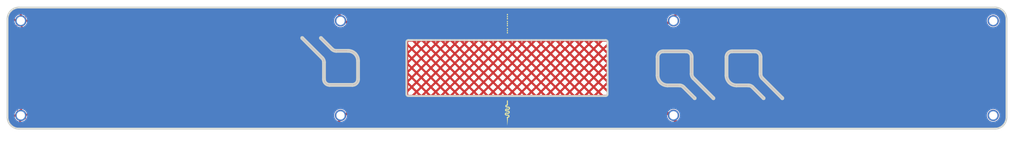
<source format=kicad_pcb>
(kicad_pcb (version 20221018) (generator pcbnew)
  (layers (0 "F.Cu" signal) (31 "B.Cu" signal) (34 "B.Paste" user) (35 "F.Paste" user) (36 "B.SilkS" user "B.Silkscreen") (37 "F.SilkS" user "F.Silkscreen") (38 "B.Mask" user) (39 "F.Mask" user) (44 "Edge.Cuts" user))
  (net 0 "")
  (footprint "CIS:Design_Or" (layer "F.Cu") (at 148.72132 109)
    (fp_text reference "G***" hide)
    (fp_text value "LOGO" hide)
  )
  (footprint "CIS:Design_White" (layer "F.Cu") (at 148.701984 108.976912)
    (fp_text reference "G***" hide)
    (fp_text value "LOGO" hide)
  )
  (footprint "CIS:Design_Cu" (layer "F.Cu") (at 148.72132 109)
    (fp_text reference "CU***" hide)
    (fp_text value "Design_Cu" hide)
  )
  (footprint "CIS:CIS_Edge_Holes" (layer "F.Cu") (at 16.62132 125)
    (fp_text reference "REF**" hide)
    (fp_text value "CIS_Edge_1" hide)
  )
  (gr_arc (start 174.708744 101.595815) (mid 175.06188 101.742682) (end 175.208744 102.095815) (stroke (width 0.5)) (layer "Edge.Cuts"))
  (gr_line (start 203.350183 116.776317) (end 198.073675 111.500154) (stroke (width 0.5)) (layer "Edge.Cuts"))
  (gr_arc (start 16.61875 96.002574) (mid 16.848296 94.855405) (end 17.5 93.883824) (stroke (width 0.5)) (layer "Edge.Cuts"))
  (gr_arc (start 106.598048 104.187422) (mid 107.707559 104.408028) (end 108.647265 105.037811) (stroke (width 0.5)) (layer "Edge.Cuts"))
  (gr_line (start 194.160735 113.31503) (end 191.067729 113.31503) (stroke (width 0.5)) (layer "Edge.Cuts"))
  (gr_arc (start 106.598048 104.689889) (mid 108.292103 105.392889) (end 108.994629 107.087159) (stroke (width 0.5)) (layer "Edge.Cuts"))
  (gr_arc (start 191.067729 113.31503) (mid 189.373729 112.612118) (end 188.67132 110.917933) (stroke (width 0.5)) (layer "Edge.Cuts"))
  (gr_line (start 208.130063 104.81753) (end 214.130042 104.81753) (stroke (width 0.5)) (layer "Edge.Cuts"))
  (gr_line (start 100.497645 111.938714) (end 100.497645 107.477832) (stroke (width 0.5)) (layer "Edge.Cuts"))
  (gr_arc (start 109.497268 111.938714) (mid 108.983979 113.176545) (end 107.746298 113.690201) (stroke (width 0.5)) (layer "Edge.Cuts"))
  (gr_arc (start 206.881905 106.066205) (mid 207.247773 105.183772) (end 208.130063 104.81753) (stroke (width 0.5)) (layer "Edge.Cuts"))
  (gr_line (start 94.315594 101.228601) (end 99.592102 106.504937) (stroke (width 0.5)) (layer "Edge.Cuts"))
  (gr_line (start 16.61875 122.00257) (end 16.61875 96.002574) (stroke (width 0.5)) (layer "Edge.Cuts"))
  (gr_line (start 191.067729 113.817669) (end 194.160735 113.817669) (stroke (width 0.5)) (layer "Edge.Cuts"))
  (gr_arc (start 198.400615 117.131851) (mid 198.222848 117.205232) (end 198.045081 117.131851) (stroke (width 0.5)) (layer "Edge.Cuts"))
  (gr_line (start 209.278314 113.817669) (end 212.37132 113.817669) (stroke (width 0.5)) (layer "Edge.Cuts"))
  (gr_arc (start 214.130042 104.81753) (mid 215.012567 105.183621) (end 215.378544 106.066205) (stroke (width 0.5)) (layer "Edge.Cuts"))
  (gr_arc (start 198.073675 111.500154) (mid 197.774748 111.05409) (end 197.670943 110.527259) (stroke (width 0.5)) (layer "Edge.Cuts"))
  (gr_line (start 122.528744 101.595815) (end 174.708744 101.595815) (stroke (width 0.5)) (layer "Edge.Cuts"))
  (gr_line (start 99.947636 106.149404) (end 94.671127 100.873068) (stroke (width 0.5)) (layer "Edge.Cuts"))
  (gr_line (start 188.168336 106.066205) (end 188.168336 110.917933) (stroke (width 0.5)) (layer "Edge.Cuts"))
  (gr_line (start 109.497268 111.938714) (end 109.497268 107.087159) (stroke (width 0.5)) (layer "Edge.Cuts"))
  (gr_line (start 277.618718 125.00257) (end 19.61875 125.00257) (stroke (width 0.5)) (layer "Edge.Cuts"))
  (gr_arc (start 216.28426 111.500154) (mid 215.985359 111.054086) (end 215.881528 110.527259) (stroke (width 0.5)) (layer "Edge.Cuts"))
  (gr_arc (start 221.383001 117.205576) (mid 221.286674 117.186665) (end 221.205234 117.131851) (stroke (width 0.5)) (layer "Edge.Cuts"))
  (gr_arc (start 191.067729 113.817669) (mid 189.958249 113.59697) (end 189.01849 112.967281) (stroke (width 0.5)) (layer "Edge.Cuts"))
  (gr_arc (start 203.350183 117.131851) (mid 203.268631 117.186391) (end 203.172416 117.205576) (stroke (width 0.5)) (layer "Edge.Cuts"))
  (gr_line (start 197.670943 110.527259) (end 197.670943 106.066205) (stroke (width 0.5)) (layer "Edge.Cuts"))
  (gr_arc (start 280.618718 122.00257) (mid 280.389186 123.149748) (end 279.737468 124.12132) (stroke (width 0.5)) (layer "Edge.Cuts"))
  (gr_line (start 195.919457 104.31489) (end 189.919478 104.31489) (stroke (width 0.5)) (layer "Edge.Cuts"))
  (gr_arc (start 189.01849 112.967281) (mid 188.389013 112.027402) (end 188.168336 110.917933) (stroke (width 0.5)) (layer "Edge.Cuts"))
  (gr_line (start 101.74632 113.690201) (end 107.746298 113.690201) (stroke (width 0.5)) (layer "Edge.Cuts"))
  (gr_arc (start 103.505039 104.187422) (mid 102.978301 104.083385) (end 102.532146 103.78469) (stroke (width 0.5)) (layer "Edge.Cuts"))
  (gr_line (start 19.61875 93.002574) (end 277.618718 93.002574) (stroke (width 0.5)) (layer "Edge.Cuts"))
  (gr_line (start 215.928726 111.855688) (end 221.205234 117.131851) (stroke (width 0.5)) (layer "Edge.Cuts"))
  (gr_arc (start 279.737468 93.883824) (mid 280.389645 94.855212) (end 280.618718 96.002574) (stroke (width 0.5)) (layer "Edge.Cuts"))
  (gr_arc (start 94.315594 101.228601) (mid 94.242086 101.050824) (end 94.315594 100.873068) (stroke (width 0.5)) (layer "Edge.Cuts"))
  (gr_arc (start 99.265162 100.873068) (mid 99.442929 100.799687) (end 99.620696 100.873068) (stroke (width 0.5)) (layer "Edge.Cuts"))
  (gr_arc (start 101.74632 113.187217) (mid 100.863805 112.821182) (end 100.497645 111.938714) (stroke (width 0.5)) (layer "Edge.Cuts"))
  (gr_line (start 280.618718 96.002574) (end 280.618718 122.00257) (stroke (width 0.5)) (layer "Edge.Cuts"))
  (gr_arc (start 99.265162 101.228601) (mid 99.191664 101.050824) (end 99.265162 100.873068) (stroke (width 0.5)) (layer "Edge.Cuts"))
  (gr_line (start 188.67132 110.917933) (end 188.67132 106.066205) (stroke (width 0.5)) (layer "Edge.Cuts"))
  (gr_arc (start 19.61875 125.00257) (mid 18.47158 124.773025) (end 17.5 124.12132) (stroke (width 0.5)) (layer "Edge.Cuts"))
  (gr_line (start 106.598048 104.187422) (end 103.505039 104.187422) (stroke (width 0.5)) (layer "Edge.Cuts"))
  (gr_arc (start 194.160735 113.31503) (mid 194.880042 113.456839) (end 195.489164 113.864867) (stroke (width 0.5)) (layer "Edge.Cuts"))
  (gr_arc (start 197.718141 111.855688) (mid 197.309749 111.246684) (end 197.167959 110.527259) (stroke (width 0.5)) (layer "Edge.Cuts"))
  (gr_line (start 212.37132 113.31503) (end 209.278314 113.31503) (stroke (width 0.5)) (layer "Edge.Cuts"))
  (gr_line (start 215.378544 106.066205) (end 215.378544 110.527259) (stroke (width 0.5)) (layer "Edge.Cuts"))
  (gr_arc (start 216.611199 116.776317) (mid 216.684585 116.954089) (end 216.611199 117.131851) (stroke (width 0.5)) (layer "Edge.Cuts"))
  (gr_arc (start 203.350183 116.776317) (mid 203.423588 116.954089) (end 203.350183 117.131851) (stroke (width 0.5)) (layer "Edge.Cuts"))
  (gr_arc (start 207.229075 112.967281) (mid 206.59957 112.02741) (end 206.378921 110.917933) (stroke (width 0.5)) (layer "Edge.Cuts"))
  (gr_line (start 108.994629 107.087159) (end 108.994629 111.938714) (stroke (width 0.5)) (layer "Edge.Cuts"))
  (gr_arc (start 94.315594 100.873068) (mid 94.493361 100.802013) (end 94.671127 100.873068) (stroke (width 0.5)) (layer "Edge.Cuts"))
  (gr_line (start 206.881905 110.917933) (end 206.881905 106.066205) (stroke (width 0.5)) (layer "Edge.Cuts"))
  (gr_arc (start 103.505039 104.689889) (mid 102.785837 104.547948) (end 102.176612 104.140224) (stroke (width 0.5)) (layer "Edge.Cuts"))
  (gr_arc (start 99.947636 106.149404) (mid 100.355688 106.758534) (end 100.497645 107.477832) (stroke (width 0.5)) (layer "Edge.Cuts"))
  (gr_arc (start 101.74632 113.690201) (mid 100.508488 113.176616) (end 99.995006 111.938714) (stroke (width 0.5)) (layer "Edge.Cuts"))
  (gr_arc (start 194.160735 113.817669) (mid 194.687473 113.921707) (end 195.13363 114.220401) (stroke (width 0.5)) (layer "Edge.Cuts"))
  (gr_line (start 206.378921 106.066205) (end 206.378921 110.917933) (stroke (width 0.5)) (layer "Edge.Cuts"))
  (gr_line (start 122.028744 115.875815) (end 122.028744 102.095815) (stroke (width 0.5)) (layer "Edge.Cuts"))
  (gr_arc (start 188.67132 106.066205) (mid 189.037157 105.183731) (end 189.919478 104.81753) (stroke (width 0.5)) (layer "Edge.Cuts"))
  (gr_arc (start 122.028744 102.095815) (mid 122.175614 101.742684) (end 122.528744 101.595815) (stroke (width 0.5)) (layer "Edge.Cuts"))
  (gr_line (start 214.130042 104.31489) (end 208.130063 104.31489) (stroke (width 0.5)) (layer "Edge.Cuts"))
  (gr_line (start 99.265162 101.228601) (end 102.176612 104.140224) (stroke (width 0.5)) (layer "Edge.Cuts"))
  (gr_arc (start 277.618718 93.002574) (mid 278.765892 93.232112) (end 279.737468 93.883824) (stroke (width 0.5)) (layer "Edge.Cuts"))
  (gr_line (start 197.718141 111.855688) (end 202.994649 117.131851) (stroke (width 0.5)) (layer "Edge.Cuts"))
  (gr_line (start 198.400615 116.776317) (end 195.489164 113.864867) (stroke (width 0.5)) (layer "Edge.Cuts"))
  (gr_line (start 189.919478 104.81753) (end 195.919457 104.81753) (stroke (width 0.5)) (layer "Edge.Cuts"))
  (gr_line (start 102.532146 103.78469) (end 99.620696 100.873068) (stroke (width 0.5)) (layer "Edge.Cuts"))
  (gr_line (start 99.995006 107.477832) (end 99.995006 111.938714) (stroke (width 0.5)) (layer "Edge.Cuts"))
  (gr_line (start 215.881528 110.527259) (end 215.881528 106.066205) (stroke (width 0.5)) (layer "Edge.Cuts"))
  (gr_line (start 213.344215 114.220401) (end 216.255666 117.131851) (stroke (width 0.5)) (layer "Edge.Cuts"))
  (gr_arc (start 221.560768 116.776317) (mid 221.634163 116.954089) (end 221.560768 117.131851) (stroke (width 0.5)) (layer "Edge.Cuts"))
  (gr_arc (start 17.5 124.12132) (mid 16.847836 123.14993) (end 16.61875 122.00257) (stroke (width 0.5)) (layer "Edge.Cuts"))
  (gr_line (start 195.13363 114.220401) (end 198.045081 117.131851) (stroke (width 0.5)) (layer "Edge.Cuts"))
  (gr_line (start 197.167959 106.066205) (end 197.167959 110.527259) (stroke (width 0.5)) (layer "Edge.Cuts"))
  (gr_arc (start 215.928726 111.855688) (mid 215.520305 111.246692) (end 215.378544 110.527259) (stroke (width 0.5)) (layer "Edge.Cuts"))
  (gr_line (start 221.560768 116.776317) (end 216.28426 111.500154) (stroke (width 0.5)) (layer "Edge.Cuts"))
  (gr_arc (start 99.592102 106.504937) (mid 99.891199 106.950951) (end 99.995006 107.477832) (stroke (width 0.5)) (layer "Edge.Cuts"))
  (gr_line (start 107.746298 113.187217) (end 101.74632 113.187217) (stroke (width 0.5)) (layer "Edge.Cuts"))
  (gr_arc (start 212.37132 113.817669) (mid 212.898055 113.921703) (end 213.344215 114.220401) (stroke (width 0.5)) (layer "Edge.Cuts"))
  (gr_arc (start 198.400615 116.776317) (mid 198.474011 116.954089) (end 198.400615 117.131851) (stroke (width 0.5)) (layer "Edge.Cuts"))
  (gr_arc (start 195.919457 104.81753) (mid 196.801975 105.183638) (end 197.167959 106.066205) (stroke (width 0.5)) (layer "Edge.Cuts"))
  (gr_arc (start 108.994629 111.938714) (mid 108.628688 112.821166) (end 107.746298 113.187217) (stroke (width 0.5)) (layer "Edge.Cuts"))
  (gr_line (start 174.708744 116.375815) (end 122.528744 116.375815) (stroke (width 0.5)) (layer "Edge.Cuts"))
  (gr_line (start 216.611199 116.776317) (end 213.699749 113.864867) (stroke (width 0.5)) (layer "Edge.Cuts"))
  (gr_arc (start 214.130042 104.31489) (mid 215.367865 104.82844) (end 215.881528 106.066205) (stroke (width 0.5)) (layer "Edge.Cuts"))
  (gr_arc (start 195.919457 104.31489) (mid 197.157274 104.828456) (end 197.670943 106.066205) (stroke (width 0.5)) (layer "Edge.Cuts"))
  (gr_line (start 175.208744 102.095815) (end 175.208744 115.875815) (stroke (width 0.5)) (layer "Edge.Cuts"))
  (gr_arc (start 122.528744 116.375815) (mid 122.17562 116.228942) (end 122.028744 115.875815) (stroke (width 0.5)) (layer "Edge.Cuts"))
  (gr_arc (start 175.208744 115.875815) (mid 175.061875 116.228944) (end 174.708744 116.375815) (stroke (width 0.5)) (layer "Edge.Cuts"))
  (gr_arc (start 209.278314 113.31503) (mid 207.584385 112.612066) (end 206.881905 110.917933) (stroke (width 0.5)) (layer "Edge.Cuts"))
  (gr_arc (start 17.5 93.883824) (mid 18.471389 93.231656) (end 19.61875 93.002574) (stroke (width 0.5)) (layer "Edge.Cuts"))
  (gr_line (start 103.505039 104.689889) (end 106.598048 104.689889) (stroke (width 0.5)) (layer "Edge.Cuts"))
  (gr_arc (start 108.647265 105.037811) (mid 109.276785 105.977662) (end 109.497268 107.087159) (stroke (width 0.5)) (layer "Edge.Cuts"))
  (gr_arc (start 221.560768 117.131851) (mid 221.479223 117.186412) (end 221.383001 117.205576) (stroke (width 0.5)) (layer "Edge.Cuts"))
  (gr_arc (start 206.378921 106.066205) (mid 206.892362 104.828449) (end 208.130063 104.31489) (stroke (width 0.5)) (layer "Edge.Cuts"))
  (gr_arc (start 279.737468 124.12132) (mid 278.766076 124.773474) (end 277.618718 125.00257) (stroke (width 0.5)) (layer "Edge.Cuts"))
  (gr_arc (start 212.37132 113.31503) (mid 213.09063 113.456839) (end 213.699749 113.864867) (stroke (width 0.5)) (layer "Edge.Cuts"))
  (gr_arc (start 216.611199 117.131851) (mid 216.433433 117.205232) (end 216.255666 117.131851) (stroke (width 0.5)) (layer "Edge.Cuts"))
  (gr_arc (start 188.168336 106.066205) (mid 188.681774 104.828436) (end 189.919478 104.31489) (stroke (width 0.5)) (layer "Edge.Cuts"))
  (gr_arc (start 203.172416 117.205576) (mid 203.076091 117.186659) (end 202.994649 117.131851) (stroke (width 0.5)) (layer "Edge.Cuts"))
  (gr_arc (start 209.278314 113.817669) (mid 208.168838 113.596969) (end 207.229075 112.967281) (stroke (width 0.5)) (layer "Edge.Cuts"))
  (zone (net 0) (net_name "") (layer "B.Cu") (connect_pads no (clearance 0.15)) (min_thickness 0.15) (fill yes (thermal_gap 0.2) (thermal_bridge_width 0.2) (island_removal_mode 1) (island_area_min 10))
    (polygon (pts (xy 281.62132 126) (xy 15.62132 126) (xy 15.62132 92) (xy 281.62132 92)))
  )
  (zone (net 0) (net_name "") (layer "B.Cu") (connect_pads no (clearance 0.15)) (min_thickness 0.15) (fill yes (thermal_gap 0.2) (thermal_bridge_width 0.2))
    (polygon (pts (xy 282.62132 127) (xy 14.62132 127) (xy 14.62132 91) (xy 282.62132 91)))
  )
)
</source>
